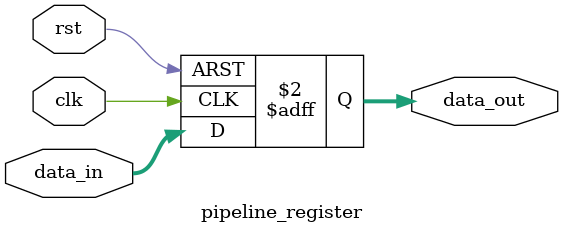
<source format=v>
module pipeline_register (
    input  clk,
    input  rst,
    input  [7:0] data_in,
    output reg [7:0] data_out);

    always @(posedge clk or posedge rst) begin
        if (rst) begin
            data_out <= 8'b0;   
        end else begin
            data_out <= data_in; 
        end
    end

endmodule

</source>
